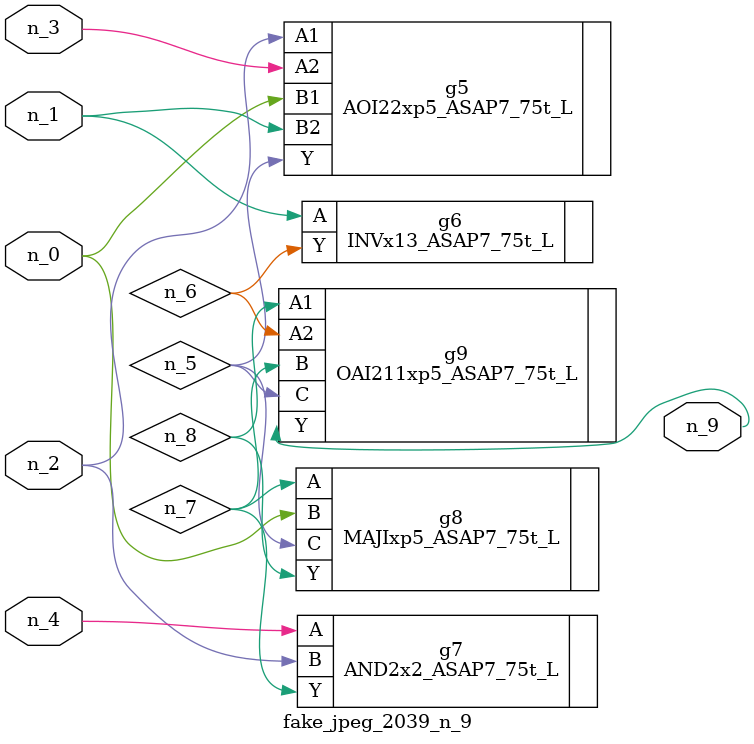
<source format=v>
module fake_jpeg_2039_n_9 (n_3, n_2, n_1, n_0, n_4, n_9);

input n_3;
input n_2;
input n_1;
input n_0;
input n_4;

output n_9;

wire n_8;
wire n_6;
wire n_5;
wire n_7;

AOI22xp5_ASAP7_75t_L g5 ( 
.A1(n_2),
.A2(n_3),
.B1(n_0),
.B2(n_1),
.Y(n_5)
);

INVx13_ASAP7_75t_L g6 ( 
.A(n_1),
.Y(n_6)
);

AND2x2_ASAP7_75t_L g7 ( 
.A(n_4),
.B(n_2),
.Y(n_7)
);

MAJIxp5_ASAP7_75t_L g8 ( 
.A(n_7),
.B(n_0),
.C(n_5),
.Y(n_8)
);

OAI211xp5_ASAP7_75t_L g9 ( 
.A1(n_8),
.A2(n_6),
.B(n_7),
.C(n_5),
.Y(n_9)
);


endmodule
</source>
